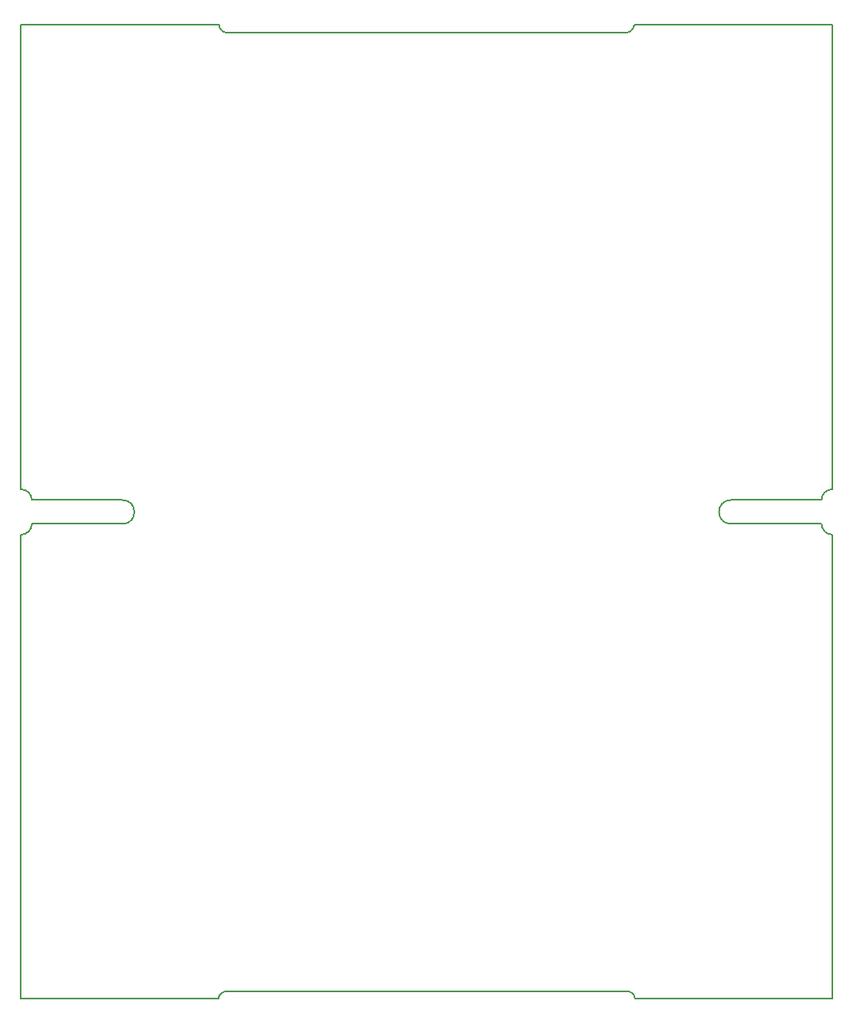
<source format=gm1>
G04 #@! TF.GenerationSoftware,KiCad,Pcbnew,(7.0.0)*
G04 #@! TF.CreationDate,2023-07-30T12:49:27+02:00*
G04 #@! TF.ProjectId,RealyModul_1Wire_ADC,5265616c-794d-46f6-9475-6c5f31576972,rev?*
G04 #@! TF.SameCoordinates,Original*
G04 #@! TF.FileFunction,Profile,NP*
%FSLAX46Y46*%
G04 Gerber Fmt 4.6, Leading zero omitted, Abs format (unit mm)*
G04 Created by KiCad (PCBNEW (7.0.0)) date 2023-07-30 12:49:27*
%MOMM*%
%LPD*%
G01*
G04 APERTURE LIST*
G04 #@! TA.AperFunction,Profile*
%ADD10C,0.150000*%
G04 #@! TD*
G04 #@! TA.AperFunction,Profile*
%ADD11C,0.152400*%
G04 #@! TD*
G04 APERTURE END LIST*
D10*
X164505000Y-99314000D02*
G75*
G03*
X164505000Y-101854000I0J-1270000D01*
G01*
D11*
X109900000Y-152400000D02*
X109907300Y-152353700D01*
X154299943Y-152400003D02*
G75*
G03*
X153315200Y-151597600I-859943J-49897D01*
G01*
X153200000Y-49567999D02*
G75*
G03*
X154195099Y-48811901I119500J875599D01*
G01*
D10*
X88900000Y-102997000D02*
G75*
G03*
X90043000Y-101854000I0J1143000D01*
G01*
X174157000Y-99314000D02*
X164505000Y-99314000D01*
D11*
X88900000Y-48768000D02*
X88900000Y-98171000D01*
D10*
X90043000Y-99314000D02*
G75*
G03*
X88900000Y-98171000I-1143000J0D01*
G01*
D11*
X88900000Y-152400000D02*
X109900000Y-152400000D01*
X110000000Y-48768000D02*
X88900000Y-48768000D01*
D10*
X90043000Y-101854000D02*
X99695000Y-101854000D01*
D11*
X153200000Y-151600000D02*
X153315200Y-151597600D01*
X154300000Y-152400000D02*
X175300000Y-152400000D01*
X110000000Y-48768000D02*
G75*
G03*
X110856099Y-49572900I830500J25600D01*
G01*
X111000000Y-151600000D02*
X153200000Y-151600000D01*
D10*
X174157000Y-101854000D02*
G75*
G03*
X175300000Y-102997000I1143000J0D01*
G01*
D11*
X153200000Y-49568000D02*
X111000000Y-49568000D01*
D10*
X90043000Y-99314000D02*
X99695000Y-99314000D01*
X174157000Y-101854000D02*
X164505000Y-101854000D01*
D11*
X88900000Y-102997000D02*
X88900000Y-152400000D01*
D10*
X99695000Y-101854000D02*
G75*
G03*
X99695000Y-99314000I0J1270000D01*
G01*
D11*
X111000000Y-151600000D02*
G75*
G03*
X109907301Y-152353698I-169500J-923200D01*
G01*
X175300000Y-48768000D02*
X154200000Y-48768000D01*
X175300000Y-102997000D02*
X175300000Y-152400000D01*
X154200000Y-48768000D02*
X154195100Y-48811900D01*
X111000000Y-49568000D02*
X110856100Y-49572900D01*
X175300000Y-48768000D02*
X175300000Y-98171000D01*
D10*
X175300000Y-98171000D02*
G75*
G03*
X174157000Y-99314000I0J-1143000D01*
G01*
M02*

</source>
